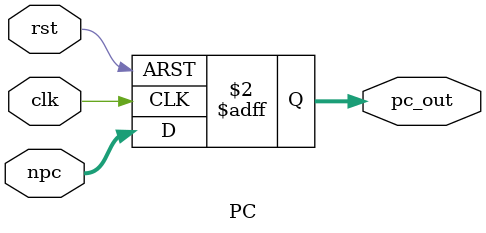
<source format=sv>
`timescale 1ns / 1ps

module PC#(
    parameter   DATAWIDTH = 32
)(
    input  logic                   clk  ,
    input  logic                   rst,
    input  logic [DATAWIDTH - 1:0] npc  ,
    output logic [DATAWIDTH - 1:0] pc_out   
);
    // PC module
    always_ff @(posedge clk or posedge rst) begin
        if (rst) begin
            pc_out <= 0;
        end else begin
            pc_out <= npc;
        end
    end
endmodule
</source>
